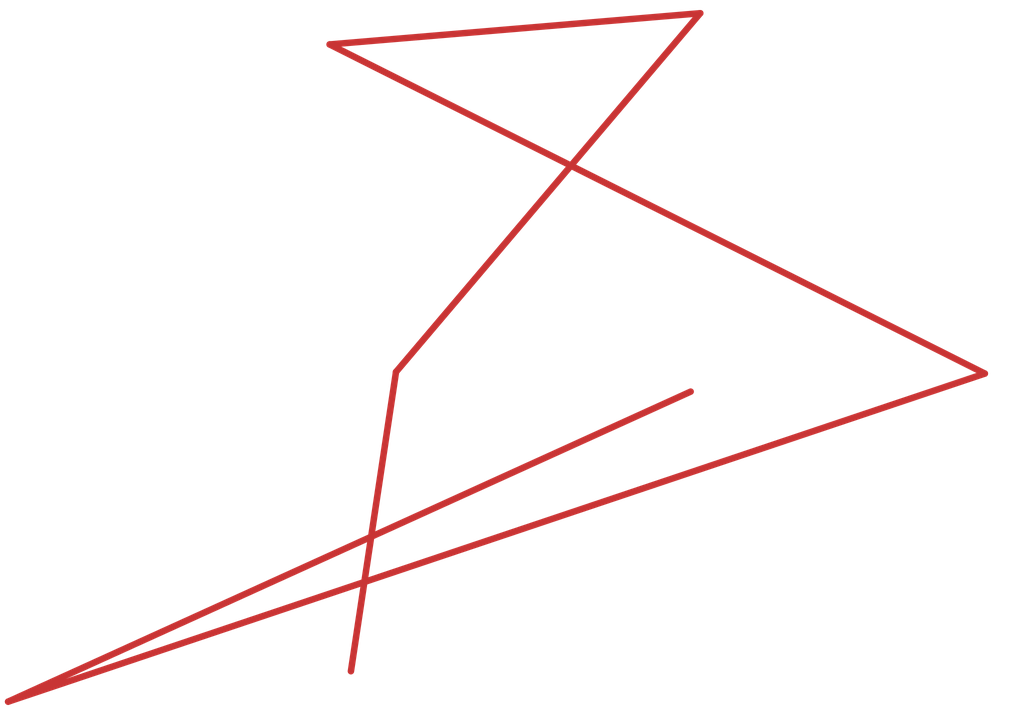
<source format=kicad_pcb>
(kicad_pcb (version 20211014) (generator pcbnew)

  (general
    (thickness 1.6)
  )

  (paper "A4")

  (layers
    (0 "F.Cu" signal)
    (31 "B.Cu" signal)
    (32 "B.Adhes" user "B.Adhesive")
    (33 "F.Adhes" user "F.Adhesive")
    (34 "B.Paste" user)
    (35 "F.Paste" user)
    (36 "B.SilkS" user "B.Silkscreen")
    (37 "F.SilkS" user "F.Silkscreen")
    (38 "B.Mask" user)
    (39 "F.Mask" user)
    (40 "Dwgs.User" user "User.Drawings")
    (41 "Cmts.User" user "User.Comments")
    (42 "Eco1.User" user "User.Eco1")
    (43 "Eco2.User" user "User.Eco2")
    (44 "Edge.Cuts" user)
    (45 "Margin" user)
    (46 "B.CrtYd" user "B.Courtyard")
    (47 "F.CrtYd" user "F.Courtyard")
    (48 "B.Fab" user)
    (49 "F.Fab" user)
  )

  (setup
    (pad_to_mask_clearance 0.0)
    (pcbplotparams
      (layerselection 0x010fc_ffffffff)
      (plot_on_all_layers_selection 0x00000_000000)
      (disableapertmacros false)
      (usegerberextensions false)
      (usegerberattributes true)
      (usegerberadvancedattributes true)
      (creategerberjobfile true)
      (svguseinch false)
      (svgprecision 6)
      (excludeedgelayer true)
      (plotframeref false)
      (viasonmask false)
      (mode 1)
      (useauxorigin false)
      (hpglpennumber 1)
      (hpglpenspeed 20)
      (hpglpendiameter 15.00)
      (psnegative false)
      (psa4output false)
      (plotreference true)
      (plotvalue true)
      (plotinvisibletext false)
      (sketchpadsonfab false)
      (subtractmaskfromsilk false)
      (outputformat 1)
      (mirror false)
      (drillshape 1)
      (scaleselection 1)
      (outputdirectory "")
    )
  )

  (net 0 "")
  (net 1 "Net-(N1)")
  (net 2 "Net-(N2)")
  (net 3 "Net-(N3)")
  (net 4 "Net-(N4)")
  (net 5 "Net-(N5)")
  (net 6 "Net-(N6)")

  (footprint "component_0" (layer "F.Cu") (at 0.891263075967087 -0.7364351876772848))
  (footprint "component_1" (layer "F.Cu") (at 9.006035732285037 0.36922347134095496))
  (footprint "component_2" (layer "F.Cu") (at 20.413885682314163 -0.5921095502659437))
  (footprint "component_3" (layer "F.Cu") (at 30.15526931141433 -0.46110206971315876))
  (footprint "component_4" (layer "F.Cu") (at -0.02144462178562516 10.418802631822699))
  (footprint "component_5" (layer "F.Cu") (at 11.048983595706517 10.457421661746224))
  (footprint "component_6" (layer "F.Cu") (at 20.119209910445434 11.063897349926306))
  (footprint "component_7" (layer "F.Cu") (at 29.17445240988564 10.507923947036511))
  (footprint "component_8" (layer "F.Cu") (at -0.891283544087469 20.614723332001766))
  (footprint "component_9" (layer "F.Cu") (at 9.661124322801419 19.676674749649305))

  (segment
    (start 9.006035732285037 0.36922347134095496)
    (end 20.413885682314163 -0.5921095502659437)
    (width 0.2)
    (layer "F.Cu")
  )
  (segment
    (start 9.006035732285037 0.36922347134095496)
    (end 29.17445240988564 10.507923947036511)
    (width 0.2)
    (layer "F.Cu")
  )
  (segment
    (start 20.413885682314163 -0.5921095502659437)
    (end 11.048983595706517 10.457421661746224)
    (width 0.2)
    (layer "F.Cu")
  )
  (segment
    (start 11.048983595706517 10.457421661746224)
    (end 9.661124322801419 19.676674749649305)
    (width 0.2)
    (layer "F.Cu")
  )
  (segment
    (start 20.119209910445434 11.063897349926306)
    (end -0.891283544087469 20.614723332001766)
    (width 0.2)
    (layer "F.Cu")
  )
  (segment
    (start 29.17445240988564 10.507923947036511)
    (end -0.891283544087469 20.614723332001766)
    (width 0.2)
    (layer "F.Cu")
  )

)
</source>
